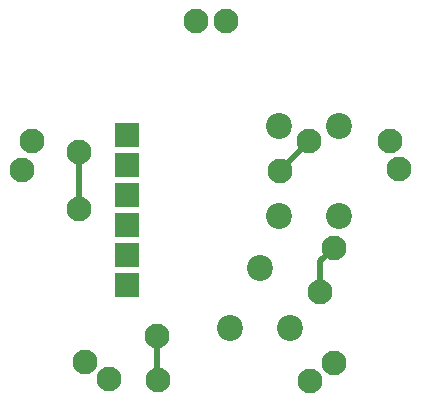
<source format=gbr>
G04 #@! TF.FileFunction,Copper,L1,Top,Signal*
%FSLAX46Y46*%
G04 Gerber Fmt 4.6, Leading zero omitted, Abs format (unit mm)*
G04 Created by KiCad (PCBNEW 4.0.7) date Friday, July 23, 2021 'PMt' 11:18:56 PM*
%MOMM*%
%LPD*%
G01*
G04 APERTURE LIST*
%ADD10C,0.100000*%
%ADD11C,2.100000*%
%ADD12R,2.100000X2.100000*%
%ADD13C,2.200000*%
%ADD14C,0.500000*%
G04 APERTURE END LIST*
D10*
D11*
X30777452Y-54296487D03*
X28722548Y-52803513D03*
X54507548Y-34092158D03*
X55292452Y-36507842D03*
X49777452Y-52953513D03*
X47722548Y-54446487D03*
X23407548Y-36557842D03*
X24192452Y-34142158D03*
X38130000Y-24000000D03*
X40670000Y-24000000D03*
D12*
X32250000Y-43810000D03*
X32250000Y-36190000D03*
X32250000Y-38730000D03*
X32250000Y-33650000D03*
X32250000Y-41270000D03*
X32250000Y-46350000D03*
D13*
X46090000Y-50000000D03*
X41010000Y-50000000D03*
X43550000Y-44920000D03*
X50240000Y-40460000D03*
X45160000Y-40460000D03*
X45160000Y-32840000D03*
X50240000Y-32840000D03*
D11*
X34800000Y-50650000D03*
X34850000Y-54400000D03*
X45200000Y-36650000D03*
X47700000Y-34150000D03*
X28200000Y-35050000D03*
X28200000Y-39900000D03*
X49750000Y-43150000D03*
X48600000Y-46900000D03*
D14*
X34800000Y-51150000D02*
X34800000Y-50650000D01*
X34800000Y-54350000D02*
X34800000Y-51150000D01*
X34800000Y-51150000D02*
X34800000Y-50900000D01*
X34850000Y-54400000D02*
X34800000Y-54350000D01*
X47700000Y-34150000D02*
X45200000Y-36650000D01*
X28200000Y-35050000D02*
X28200000Y-39900000D01*
X49750000Y-43150000D02*
X48600000Y-44300000D01*
X48600000Y-44300000D02*
X48600000Y-46900000D01*
M02*

</source>
